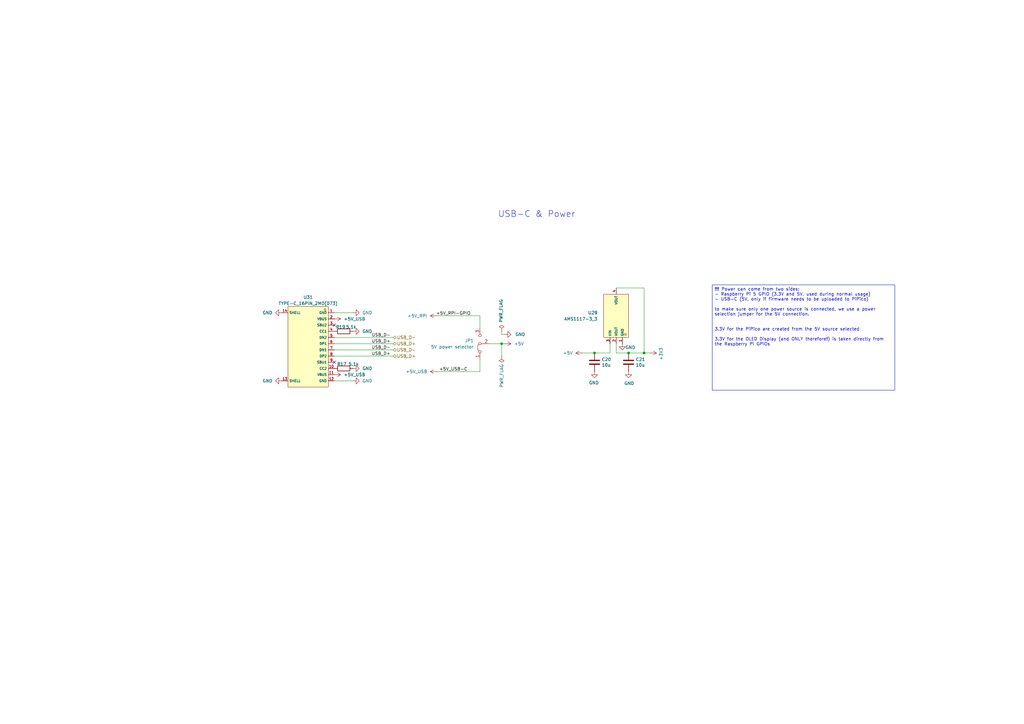
<source format=kicad_sch>
(kicad_sch (version 20250114) (generator "eeschema") (generator_version "9.0")
  (paper "A3")
  (title_block (title "VM-1 Controller") (date "2025-06-05") (rev "2.0") (company "Julian Jungel"))
  (lib_symbols
    (symbol "Device:C" (pin_numbers (hide yes)) (pin_names (offset 0.254))
      (property "Reference" "C" (at 0.635 2.54 0))
      (property "Value" "C" (at 0.635 -2.54 0))
      (symbol "C_0_1"
        (polyline (pts (xy -2.032 0.762) (xy 2.032 0.762)) (stroke (width 0.508)))
        (polyline (pts (xy -2.032 -0.762) (xy 2.032 -0.762)) (stroke (width 0.508)))
      )
      (symbol "C_1_1"
        (pin passive line (at 0 3.81 270) (length 2.794) (name "~") (number "1"))
        (pin passive line (at 0 -3.81 90) (length 2.794) (name "~") (number "2"))
      )
    )
    (symbol "Device:R" (pin_numbers (hide yes)) (pin_names (offset 0))
      (property "Reference" "R" (at 2.032 0 90))
      (property "Value" "R" (at 0 0 90))
      (symbol "R_0_1"
        (rectangle (start -1.016 -2.54) (end 1.016 2.54) (stroke (width 0.254)))
      )
      (symbol "R_1_1"
        (pin passive line (at 0 3.81 270) (length 1.27) (name "~") (number "1"))
        (pin passive line (at 0 -3.81 90) (length 1.27) (name "~") (number "2"))
      )
    )
    (symbol "Jumper:Jumper_3_Bridged12" (pin_names (offset 0) (hide yes)) (exclude_from_sim yes) (in_bom no)
      (property "Reference" "JP" (at -2.54 -2.54 0))
      (property "Value" "Jumper_3_Bridged12" (at 0 2.794 0))
      (symbol "Jumper_3_Bridged12_0_0"
        (circle (center -3.302 0) (radius 0.508))
        (circle (center 0 0) (radius 0.508))
        (circle (center 3.302 0) (radius 0.508))
      )
      (symbol "Jumper_3_Bridged12_0_1"
        (arc (start -3.048 0.508) (mid -1.651 0.9912) (end -0.254 0.508))
        (polyline (pts (xy 0 -1.27) (xy 0 -0.508)))
      )
      (symbol "Jumper_3_Bridged12_1_1"
        (pin passive line (at -6.35 0 0) (length 2.54) (name "A") (number "1"))
        (pin passive line (at 0 -3.81 90) (length 2.54) (name "C") (number "2"))
        (pin passive line (at 6.35 0 180) (length 2.54) (name "B") (number "3"))
      )
    )
    (symbol "power:+3V3" (power) (pin_names (offset 0))
      (property "Value" "+3V3" (at 0 3.556 0))
      (symbol "+3V3_0_1"
        (polyline (pts (xy -0.762 1.27) (xy 0 2.54)))
        (polyline (pts (xy 0 2.54) (xy 0.762 1.27)))
        (polyline (pts (xy 0 0) (xy 0 2.54)))
      )
      (symbol "+3V3_1_1"
        (pin power_in line (at 0 0 90) (length 0) (hide yes) (name "+3V3") (number "1"))
      )
    )
    (symbol "power:+5V" (power) (pin_numbers (hide yes)) (pin_names (offset 0) (hide yes))
      (property "Value" "+5V" (at 0 3.556 0))
      (symbol "+5V_0_1"
        (polyline (pts (xy -0.762 1.27) (xy 0 2.54)))
        (polyline (pts (xy 0 2.54) (xy 0.762 1.27)))
        (polyline (pts (xy 0 0) (xy 0 2.54)))
      )
      (symbol "+5V_1_1"
        (pin power_in line (at 0 0 90) (length 0) (name "~") (number "1"))
      )
    )
    (symbol "power:GND" (power) (pin_names (offset 0))
      (property "Value" "GND" (at 0 -3.81 0))
      (symbol "GND_0_1"
        (polyline (pts (xy 0 0) (xy 0 -1.27) (xy 1.27 -1.27) (xy 0 -2.54) (xy -1.27 -1.27) (xy 0 -1.27)))
      )
      (symbol "GND_1_1"
        (pin power_in line (at 0 0 270) (length 0) (hide yes) (name "GND") (number "1"))
      )
    )
    (symbol "power:PWR_FLAG" (power) (pin_numbers (hide yes)) (pin_names (offset 0) (hide yes))
      (property "Value" "PWR_FLAG" (at 0 3.81 0))
      (symbol "PWR_FLAG_0_0"
        (pin power_out line (at 0 0 90) (length 0) (name "pwr") (number "1"))
      )
      (symbol "PWR_FLAG_0_1"
        (polyline (pts (xy 0 0) (xy 0 1.27) (xy -1.016 1.905) (xy 0 2.54) (xy 1.016 1.905) (xy 0 1.27)))
      )
    )
    (symbol "vm-1-from-jlcpcb:AMS1117-3_3"
      (property "Reference" "U" (at 0 1.27 0))
      (property "Value" "AMS1117-3_3" (at 0 -2.54 0))
      (symbol "AMS1117-3_3_0_1"
        (rectangle (start -8.89 5.08) (end 8.89 -5.08) (fill (type background)))
        (circle (center -7.62 3.81) (radius 0.381) (fill (type background)))
        (pin unspecified line (at -11.43 2.54 0) (length 2.54) (name "GND") (number "1"))
        (pin unspecified line (at -11.43 0 0) (length 2.54) (name "VOUT") (number "2"))
        (pin unspecified line (at -11.43 -2.54 0) (length 2.54) (name "VIN") (number "3"))
        (pin unspecified line (at 11.43 0 180) (length 2.54) (name "VOUT") (number "4"))
      )
    )
    (symbol "vm-1-from-jlcpcb:TYPE-C_16PIN_2MD(073)"
      (property "Reference" "U" (at 0 1.27 0))
      (property "Value" "TYPE-C_16PIN_2MD(073)" (at 0 -2.54 0))
      (symbol "TYPE-C_16PIN_2MD(073)_0_1"
        (rectangle (start -8.89 16.51) (end 7.62 -16.51) (fill (type background)))
        (circle (center -7.62 15.24) (radius 0.381) (fill (type background)))
        (pin unspecified line (at -11.43 13.97 0) (length 2.54) (name "GND") (number "1"))
        (pin unspecified line (at -11.43 11.43 0) (length 2.54) (name "VBUS") (number "2"))
        (pin unspecified line (at -11.43 8.89 0) (length 2.54) (name "SBU2") (number "3"))
        (pin unspecified line (at -11.43 6.35 0) (length 2.54) (name "CC1") (number "4"))
        (pin unspecified line (at -11.43 3.81 0) (length 2.54) (name "DN2") (number "5"))
        (pin unspecified line (at -11.43 1.27 0) (length 2.54) (name "DP1") (number "6"))
        (pin unspecified line (at -11.43 -1.27 0) (length 2.54) (name "DN1") (number "7"))
        (pin unspecified line (at -11.43 -3.81 0) (length 2.54) (name "DP2") (number "8"))
        (pin unspecified line (at -11.43 -6.35 0) (length 2.54) (name "SBU1") (number "9"))
        (pin unspecified line (at -11.43 -8.89 0) (length 2.54) (name "CC2") (number "10"))
        (pin unspecified line (at -11.43 -11.43 0) (length 2.54) (name "VBUS") (number "11"))
        (pin unspecified line (at -11.43 -13.97 0) (length 2.54) (name "GND") (number "12"))
        (pin unspecified line (at 10.16 13.97 180) (length 2.54) (name "SHELL") (number "14"))
        (pin unspecified line (at 10.16 -13.97 180) (length 2.54) (name "SHELL") (number "13"))
      )
    )
  )
  (text "USB-C & Power" (at 204.216 89.408 0) (effects (font (size 2.54 2.54)) (justify left bottom)))
  (text_box "!!! Power can come from two sides:\n- Raspberry Pi 5 GPIO (3.3V and 5V, used during normal usage)\n- USB-C (5V, only if firmware needs to be uploaded to PiPico)\n\nto make sure only one power source is connected, we use a power selection jumper for the 5V connection.\n\n\n3.3V for the PiPico are created from the 5V source selected\n\n3.3V for the OLED Display (and ONLY therefore!) is taken directly from the Raspberry Pi GPIOs \n" (at 292.1 116.84 0) (size 74.93 43.18) (margins 0.9525 0.9525 0.9525 0.9525) (effects (font (size 1.27 1.27)) (justify left top)))
  (junction (at 243.84 144.78))
  (junction (at 257.81 144.78))
  (junction (at 264.16 144.78))
  (junction (at 205.74 140.97))
  (no_connect (at 137.16 133.35))
  (no_connect (at 137.16 148.59))
  (wire (pts (xy 144.78 156.21) (xy 137.16 156.21)))
  (wire (pts (xy 200.66 140.97) (xy 205.74 140.97)))
  (wire (pts (xy 205.74 137.16) (xy 207.01 137.16)))
  (wire (pts (xy 161.29 138.43) (xy 137.16 138.43)))
  (wire (pts (xy 196.85 129.54) (xy 196.85 134.62)))
  (wire (pts (xy 179.07 152.4) (xy 196.85 152.4)))
  (wire (pts (xy 264.16 118.11) (xy 264.16 144.78)))
  (wire (pts (xy 257.81 144.78) (xy 252.73 144.78)))
  (wire (pts (xy 250.19 144.78) (xy 250.19 140.97)))
  (wire (pts (xy 161.29 143.51) (xy 137.16 143.51)))
  (wire (pts (xy 238.76 144.78) (xy 243.84 144.78)))
  (wire (pts (xy 243.84 144.78) (xy 250.19 144.78)))
  (wire (pts (xy 205.74 137.16) (xy 205.74 135.89)))
  (wire (pts (xy 161.29 146.05) (xy 137.16 146.05)))
  (wire (pts (xy 205.74 140.97) (xy 207.01 140.97)))
  (wire (pts (xy 144.78 128.27) (xy 137.16 128.27)))
  (wire (pts (xy 252.73 118.11) (xy 264.16 118.11)))
  (wire (pts (xy 257.81 144.78) (xy 264.16 144.78)))
  (wire (pts (xy 196.85 152.4) (xy 196.85 147.32)))
  (wire (pts (xy 252.73 140.97) (xy 252.73 144.78)))
  (wire (pts (xy 179.07 129.54) (xy 196.85 129.54)))
  (wire (pts (xy 264.16 144.78) (xy 266.7 144.78)))
  (wire (pts (xy 205.74 140.97) (xy 205.74 146.05)))
  (wire (pts (xy 161.29 140.97) (xy 137.16 140.97)))
  (label "USB_D+" (at 152.4 140.97 0))
  (label "USB_D-" (at 152.4 138.43 0))
  (label "USB_D-" (at 152.4 143.51 0))
  (label "USB_D+" (at 152.4 146.05 0))
  (label "+5V_USB-C" (at 191.77 152.4 180))
  (label "+5V_RPI-GPIO" (at 193.04 129.54 180))
  (hierarchical_label "USB_D-" (shape bidirectional) (at 161.29 143.51 0))
  (hierarchical_label "USB_D+" (shape bidirectional) (at 161.29 146.05 0))
  (hierarchical_label "USB_D-" (shape bidirectional) (at 161.29 138.43 0))
  (hierarchical_label "USB_D+" (shape bidirectional) (at 161.29 140.97 0))
  (symbol (lib_id "power:+3V3") (at 266.7 144.78 270) (unit 1)
    (property "Reference" "#PWR050" (effects (hide yes)))
    (property "Value" "+3V3" (at 271.0942 145.161 0))
  )
  (symbol (lib_id "power:GND") (at 255.27 140.97 0) (unit 1)
    (property "Reference" "#PWR014" (effects (hide yes)))
    (property "Value" "GND" (at 260.604 142.494 0) (effects (justify right)))
  )
  (symbol (lib_id "power:GND") (at 207.01 137.16 90) (unit 1)
    (property "Reference" "#PWR017" (effects (hide yes)))
    (property "Value" "GND" (at 211.328 137.16 90) (effects (justify right)))
  )
  (symbol (lib_id "power:GND") (at 144.78 156.21 90) (unit 1)
    (property "Reference" "#PWR046" (effects (hide yes)))
    (property "Value" "GND" (at 148.59 156.21 90) (effects (justify right)))
  )
  (symbol (lib_id "power:+5V") (at 207.01 140.97 270) (unit 1)
    (property "Reference" "#PWR071" (effects (hide yes)))
    (property "Value" "+5V" (at 210.82 140.9699 90) (effects (justify left)))
    (property "Description" "Power symbol creates a global label with name \"+5V\"" (effects (hide yes)))
  )
  (symbol (lib_id "Device:C") (at 257.81 148.59 0) (unit 1)
    (property "Reference" "C21" (at 260.731 147.4216 0) (effects (justify left)))
    (property "Value" "10u" (at 260.731 149.733 0) (effects (justify left)))
    (property "Footprint" "Capacitor_Tantalum_SMD:CP_EIA-3216-10_Kemet-I" (effects (hide yes)))
    (property "LCSC" "C7171" (effects (hide yes)))
  )
  (symbol (lib_id "Device:C") (at 243.84 148.59 0) (unit 1)
    (property "Reference" "C20" (at 246.761 147.4216 0) (effects (justify left)))
    (property "Value" "10u" (at 246.761 149.733 0) (effects (justify left)))
    (property "Footprint" "Capacitor_Tantalum_SMD:CP_EIA-3216-10_Kemet-I" (effects (hide yes)))
    (property "LCSC" "C7171" (effects (hide yes)))
  )
  (symbol (lib_id "power:GND") (at 257.81 152.4 0) (unit 1)
    (property "Reference" "#PWR051" (effects (hide yes)))
    (property "Value" "GND" (at 258.064 157.226 0))
  )
  (symbol (lib_id "vm-1-from-jlcpcb:AMS1117-3_3") (at 252.73 129.54 270) (mirror x) (unit 1)
    (property "Reference" "U29" (at 245.11 128.2699 90) (effects (justify right)))
    (property "Value" "AMS1117-3_3" (at 245.11 130.8099 90) (effects (justify right)))
    (property "Footprint" "vm-1-from-jlcpcb:SOT-223-3_L6.5-W3.4-P2.30-LS7.0-BR" (effects (hide yes)))
    (property "Datasheet" "https://item.szlcsc.com/410724.html" (effects (hide yes)))
    (property "LCSC" "C6186" (effects (hide yes)))
  )
  (symbol (lib_id "Jumper:Jumper_3_Bridged12") (at 196.85 140.97 90) (unit 1) (in_bom no)
    (property "Reference" "JP1" (at 194.31 139.6999 90) (effects (justify left)))
    (property "Value" "5V power selector" (at 194.31 142.2399 90) (effects (justify left)))
    (property "Footprint" "Connector_PinHeader_2.54mm:PinHeader_1x03_P2.54mm_Vertical" (effects (hide yes)))
    (property "Description" "Jumper, 3-pole, pins 1+2 closed/bridged" (effects (hide yes)))
  )
  (symbol (lib_id "power:+5V") (at 137.16 130.81 270) (unit 1)
    (property "Reference" "#PWR077" (effects (hide yes)))
    (property "Value" "+5V_USB" (at 140.97 130.8099 90) (effects (justify left)))
    (property "Description" "Power symbol creates a global label with name \"+5V\"" (effects (hide yes)))
  )
  (symbol (lib_id "power:+5V") (at 179.07 152.4 90) (mirror x) (unit 1)
    (property "Reference" "#PWR079" (effects (hide yes)))
    (property "Value" "+5V_USB" (at 175.26 152.3999 90) (effects (justify left)))
    (property "Description" "Power symbol creates a global label with name \"+5V\"" (effects (hide yes)))
  )
  (symbol (lib_id "power:GND") (at 144.78 135.89 90) (unit 1)
    (property "Reference" "#PWR054" (effects (hide yes)))
    (property "Value" "GND" (at 148.59 135.89 90) (effects (justify right)))
  )
  (symbol (lib_id "power:GND") (at 115.57 156.21 270) (mirror x) (unit 1)
    (property "Reference" "#PWR047" (effects (hide yes)))
    (property "Value" "GND" (at 111.76 156.21 90) (effects (justify right)))
  )
  (symbol (lib_id "power:+5V") (at 179.07 129.54 90) (mirror x) (unit 1)
    (property "Reference" "#PWR073" (effects (hide yes)))
    (property "Value" "+5V_RPI" (at 175.26 129.5399 90) (effects (justify left)))
    (property "Description" "Power symbol creates a global label with name \"+5V\"" (effects (hide yes)))
  )
  (symbol (lib_id "power:GND") (at 144.78 151.13 90) (unit 1)
    (property "Reference" "#PWR052" (effects (hide yes)))
    (property "Value" "GND" (at 148.59 151.13 90) (effects (justify right)))
  )
  (symbol (lib_id "power:PWR_FLAG") (at 205.74 146.05 180) (unit 1)
    (property "Reference" "#FLG01" (effects (hide yes)))
    (property "Value" "PWR_FLAG" (at 205.74 154.178 90))
  )
  (symbol (lib_id "power:GND") (at 144.78 128.27 90) (unit 1)
    (property "Reference" "#PWR055" (effects (hide yes)))
    (property "Value" "GND" (at 148.59 128.27 90) (effects (justify right)))
  )
  (symbol (lib_id "power:+5V") (at 238.76 144.78 90) (mirror x) (unit 1)
    (property "Reference" "#PWR072" (effects (hide yes)))
    (property "Value" "+5V" (at 234.95 144.7799 90) (effects (justify left)))
    (property "Description" "Power symbol creates a global label with name \"+5V\"" (effects (hide yes)))
  )
  (symbol (lib_id "vm-1-from-jlcpcb:TYPE-C_16PIN_2MD(073)") (at 125.73 142.24 0) (mirror y) (unit 1)
    (property "Reference" "U31" (at 126.365 121.92 0))
    (property "Value" "TYPE-C_16PIN_2MD(073)" (at 126.365 124.46 0))
    (property "Footprint" "vm-1-from-jlcpcb:USB-C-SMD_TYPE-C-6PIN-2MD-073" (effects (hide yes)))
    (property "Datasheet" "https://atta.szlcsc.com/upload/public/pdf/source/20210409/C2765186_34D42616F62DF94D17C4D63D74D9FD03.pdf" (effects (hide yes)))
    (property "LCSC" "C2765186" (effects (hide yes)))
  )
  (symbol (lib_id "power:PWR_FLAG") (at 205.74 135.89 0) (mirror y) (unit 1)
    (property "Reference" "#FLG02" (effects (hide yes)))
    (property "Value" "PWR_FLAG" (at 205.486 127.508 90))
  )
  (symbol (lib_id "power:+5V") (at 137.16 153.67 270) (unit 1)
    (property "Reference" "#PWR078" (effects (hide yes)))
    (property "Value" "+5V_USB" (at 140.97 153.6699 90) (effects (justify left)))
    (property "Description" "Power symbol creates a global label with name \"+5V\"" (effects (hide yes)))
  )
  (symbol (lib_id "Device:R") (at 140.97 135.89 270) (unit 1)
    (property "Reference" "R19" (at 139.7 134.112 90))
    (property "Value" "5.1k" (at 144.018 134.112 90))
    (property "Footprint" "Resistor_SMD:R_0402_1005Metric" (effects (hide yes)))
    (property "Description" "Resistor" (effects (hide yes)))
  )
  (symbol (lib_id "power:GND") (at 115.57 128.27 270) (mirror x) (unit 1)
    (property "Reference" "#PWR048" (effects (hide yes)))
    (property "Value" "GND" (at 111.76 128.27 90) (effects (justify right)))
  )
  (symbol (lib_id "Device:R") (at 140.97 151.13 270) (unit 1)
    (property "Reference" "R17" (at 140.208 149.352 90))
    (property "Value" "5.1k" (at 145.034 149.352 90))
    (property "Footprint" "Resistor_SMD:R_0402_1005Metric" (effects (hide yes)))
    (property "Description" "Resistor" (effects (hide yes)))
  )
  (symbol (lib_id "power:GND") (at 243.84 152.4 0) (unit 1)
    (property "Reference" "#PWR049" (effects (hide yes)))
    (property "Value" "GND" (at 243.586 156.972 0))
  )
)
</source>
